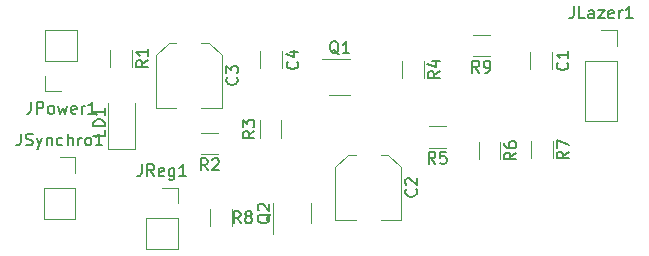
<source format=gbr>
%TF.GenerationSoftware,KiCad,Pcbnew,(5.1.9)-1*%
%TF.CreationDate,2021-06-29T18:38:44+03:00*%
%TF.ProjectId,driver,64726976-6572-42e6-9b69-6361645f7063,rev?*%
%TF.SameCoordinates,Original*%
%TF.FileFunction,Legend,Top*%
%TF.FilePolarity,Positive*%
%FSLAX46Y46*%
G04 Gerber Fmt 4.6, Leading zero omitted, Abs format (unit mm)*
G04 Created by KiCad (PCBNEW (5.1.9)-1) date 2021-06-29 18:38:44*
%MOMM*%
%LPD*%
G01*
G04 APERTURE LIST*
%ADD10C,0.120000*%
%ADD11C,0.150000*%
G04 APERTURE END LIST*
D10*
%TO.C,C1*%
X165536200Y-90652548D02*
X165536200Y-92075052D01*
X167356200Y-90652548D02*
X167356200Y-92075052D01*
%TO.C,C2*%
X150094837Y-99322600D02*
X149030400Y-100387037D01*
X153485963Y-99322600D02*
X154550400Y-100387037D01*
X153485963Y-99322600D02*
X152850400Y-99322600D01*
X150094837Y-99322600D02*
X150730400Y-99322600D01*
X149030400Y-100387037D02*
X149030400Y-104842600D01*
X154550400Y-100387037D02*
X154550400Y-104842600D01*
X154550400Y-104842600D02*
X152850400Y-104842600D01*
X149030400Y-104842600D02*
X150730400Y-104842600D01*
%TO.C,C3*%
X133866600Y-95368400D02*
X135566600Y-95368400D01*
X139386600Y-95368400D02*
X137686600Y-95368400D01*
X139386600Y-90912837D02*
X139386600Y-95368400D01*
X133866600Y-90912837D02*
X133866600Y-95368400D01*
X134931037Y-89848400D02*
X135566600Y-89848400D01*
X138322163Y-89848400D02*
X137686600Y-89848400D01*
X138322163Y-89848400D02*
X139386600Y-90912837D01*
X134931037Y-89848400D02*
X133866600Y-90912837D01*
%TO.C,C4*%
X144496200Y-90576348D02*
X144496200Y-91998852D01*
X142676200Y-90576348D02*
X142676200Y-91998852D01*
%TO.C,JLazer1*%
X171526200Y-88763800D02*
X172856200Y-88763800D01*
X172856200Y-88763800D02*
X172856200Y-90093800D01*
X172856200Y-91363800D02*
X172856200Y-96503800D01*
X170196200Y-96503800D02*
X172856200Y-96503800D01*
X170196200Y-91363800D02*
X170196200Y-96503800D01*
X170196200Y-91363800D02*
X172856200Y-91363800D01*
%TO.C,JPower1*%
X125806200Y-93963800D02*
X124476200Y-93963800D01*
X124476200Y-93963800D02*
X124476200Y-92633800D01*
X124476200Y-91363800D02*
X124476200Y-88763800D01*
X127136200Y-88763800D02*
X124476200Y-88763800D01*
X127136200Y-91363800D02*
X127136200Y-88763800D01*
X127136200Y-91363800D02*
X124476200Y-91363800D01*
%TO.C,JReg1*%
X134340600Y-102124200D02*
X135670600Y-102124200D01*
X135670600Y-102124200D02*
X135670600Y-103454200D01*
X135670600Y-104724200D02*
X135670600Y-107324200D01*
X133010600Y-107324200D02*
X135670600Y-107324200D01*
X133010600Y-104724200D02*
X133010600Y-107324200D01*
X133010600Y-104724200D02*
X135670600Y-104724200D01*
%TO.C,JSynchro1*%
X124349200Y-102133400D02*
X127009200Y-102133400D01*
X124349200Y-102133400D02*
X124349200Y-104733400D01*
X124349200Y-104733400D02*
X127009200Y-104733400D01*
X127009200Y-102133400D02*
X127009200Y-104733400D01*
X127009200Y-99533400D02*
X127009200Y-100863400D01*
X125679200Y-99533400D02*
X127009200Y-99533400D01*
%TO.C,Q1*%
X150282800Y-91200000D02*
X147852800Y-91200000D01*
X148522800Y-94270000D02*
X150282800Y-94270000D01*
%TO.C,Q2*%
X146938800Y-103417000D02*
X146938800Y-105117000D01*
X143738800Y-103417000D02*
X143738800Y-106017000D01*
%TO.C,R1*%
X129976200Y-90444236D02*
X129976200Y-91898364D01*
X131796200Y-90444236D02*
X131796200Y-91898364D01*
%TO.C,R2*%
X139106264Y-97464200D02*
X137652136Y-97464200D01*
X139106264Y-99284200D02*
X137652136Y-99284200D01*
%TO.C,R3*%
X144445400Y-97882064D02*
X144445400Y-96427936D01*
X142625400Y-97882064D02*
X142625400Y-96427936D01*
%TO.C,R4*%
X156485000Y-91373336D02*
X156485000Y-92827464D01*
X154665000Y-91373336D02*
X154665000Y-92827464D01*
%TO.C,R5*%
X158384864Y-98725400D02*
X156930736Y-98725400D01*
X158384864Y-96905400D02*
X156930736Y-96905400D01*
%TO.C,R6*%
X161142000Y-98256736D02*
X161142000Y-99710864D01*
X162962000Y-98256736D02*
X162962000Y-99710864D01*
%TO.C,R7*%
X167407000Y-98180536D02*
X167407000Y-99634664D01*
X165587000Y-98180536D02*
X165587000Y-99634664D01*
%TO.C,R9*%
X162093264Y-91003800D02*
X160639136Y-91003800D01*
X162093264Y-89183800D02*
X160639136Y-89183800D01*
%TO.C,LD1*%
X132021200Y-98858800D02*
X132021200Y-94973800D01*
X129751200Y-98858800D02*
X132021200Y-98858800D01*
X129751200Y-94973800D02*
X129751200Y-98858800D01*
%TO.C,R8*%
X138434400Y-103946336D02*
X138434400Y-105400464D01*
X140254400Y-103946336D02*
X140254400Y-105400464D01*
%TO.C,C1*%
D11*
X168653342Y-91530466D02*
X168700961Y-91578085D01*
X168748580Y-91720942D01*
X168748580Y-91816180D01*
X168700961Y-91959038D01*
X168605723Y-92054276D01*
X168510485Y-92101895D01*
X168320009Y-92149514D01*
X168177152Y-92149514D01*
X167986676Y-92101895D01*
X167891438Y-92054276D01*
X167796200Y-91959038D01*
X167748580Y-91816180D01*
X167748580Y-91720942D01*
X167796200Y-91578085D01*
X167843819Y-91530466D01*
X168748580Y-90578085D02*
X168748580Y-91149514D01*
X168748580Y-90863800D02*
X167748580Y-90863800D01*
X167891438Y-90959038D01*
X167986676Y-91054276D01*
X168034295Y-91149514D01*
%TO.C,C2*%
X155847542Y-102249266D02*
X155895161Y-102296885D01*
X155942780Y-102439742D01*
X155942780Y-102534980D01*
X155895161Y-102677838D01*
X155799923Y-102773076D01*
X155704685Y-102820695D01*
X155514209Y-102868314D01*
X155371352Y-102868314D01*
X155180876Y-102820695D01*
X155085638Y-102773076D01*
X154990400Y-102677838D01*
X154942780Y-102534980D01*
X154942780Y-102439742D01*
X154990400Y-102296885D01*
X155038019Y-102249266D01*
X155038019Y-101868314D02*
X154990400Y-101820695D01*
X154942780Y-101725457D01*
X154942780Y-101487361D01*
X154990400Y-101392123D01*
X155038019Y-101344504D01*
X155133257Y-101296885D01*
X155228495Y-101296885D01*
X155371352Y-101344504D01*
X155942780Y-101915933D01*
X155942780Y-101296885D01*
%TO.C,C3*%
X140683742Y-92775066D02*
X140731361Y-92822685D01*
X140778980Y-92965542D01*
X140778980Y-93060780D01*
X140731361Y-93203638D01*
X140636123Y-93298876D01*
X140540885Y-93346495D01*
X140350409Y-93394114D01*
X140207552Y-93394114D01*
X140017076Y-93346495D01*
X139921838Y-93298876D01*
X139826600Y-93203638D01*
X139778980Y-93060780D01*
X139778980Y-92965542D01*
X139826600Y-92822685D01*
X139874219Y-92775066D01*
X139778980Y-92441733D02*
X139778980Y-91822685D01*
X140159933Y-92156019D01*
X140159933Y-92013161D01*
X140207552Y-91917923D01*
X140255171Y-91870304D01*
X140350409Y-91822685D01*
X140588504Y-91822685D01*
X140683742Y-91870304D01*
X140731361Y-91917923D01*
X140778980Y-92013161D01*
X140778980Y-92298876D01*
X140731361Y-92394114D01*
X140683742Y-92441733D01*
%TO.C,C4*%
X145793342Y-91454266D02*
X145840961Y-91501885D01*
X145888580Y-91644742D01*
X145888580Y-91739980D01*
X145840961Y-91882838D01*
X145745723Y-91978076D01*
X145650485Y-92025695D01*
X145460009Y-92073314D01*
X145317152Y-92073314D01*
X145126676Y-92025695D01*
X145031438Y-91978076D01*
X144936200Y-91882838D01*
X144888580Y-91739980D01*
X144888580Y-91644742D01*
X144936200Y-91501885D01*
X144983819Y-91454266D01*
X145221914Y-90597123D02*
X145888580Y-90597123D01*
X144840961Y-90835219D02*
X145555247Y-91073314D01*
X145555247Y-90454266D01*
%TO.C,JLazer1*%
X169192866Y-86776180D02*
X169192866Y-87490466D01*
X169145247Y-87633323D01*
X169050009Y-87728561D01*
X168907152Y-87776180D01*
X168811914Y-87776180D01*
X170145247Y-87776180D02*
X169669057Y-87776180D01*
X169669057Y-86776180D01*
X170907152Y-87776180D02*
X170907152Y-87252371D01*
X170859533Y-87157133D01*
X170764295Y-87109514D01*
X170573819Y-87109514D01*
X170478580Y-87157133D01*
X170907152Y-87728561D02*
X170811914Y-87776180D01*
X170573819Y-87776180D01*
X170478580Y-87728561D01*
X170430961Y-87633323D01*
X170430961Y-87538085D01*
X170478580Y-87442847D01*
X170573819Y-87395228D01*
X170811914Y-87395228D01*
X170907152Y-87347609D01*
X171288104Y-87109514D02*
X171811914Y-87109514D01*
X171288104Y-87776180D01*
X171811914Y-87776180D01*
X172573819Y-87728561D02*
X172478580Y-87776180D01*
X172288104Y-87776180D01*
X172192866Y-87728561D01*
X172145247Y-87633323D01*
X172145247Y-87252371D01*
X172192866Y-87157133D01*
X172288104Y-87109514D01*
X172478580Y-87109514D01*
X172573819Y-87157133D01*
X172621438Y-87252371D01*
X172621438Y-87347609D01*
X172145247Y-87442847D01*
X173050009Y-87776180D02*
X173050009Y-87109514D01*
X173050009Y-87299990D02*
X173097628Y-87204752D01*
X173145247Y-87157133D01*
X173240485Y-87109514D01*
X173335723Y-87109514D01*
X174192866Y-87776180D02*
X173621438Y-87776180D01*
X173907152Y-87776180D02*
X173907152Y-86776180D01*
X173811914Y-86919038D01*
X173716676Y-87014276D01*
X173621438Y-87061895D01*
%TO.C,JPower1*%
X123258580Y-94856180D02*
X123258580Y-95570466D01*
X123210961Y-95713323D01*
X123115723Y-95808561D01*
X122972866Y-95856180D01*
X122877628Y-95856180D01*
X123734771Y-95856180D02*
X123734771Y-94856180D01*
X124115723Y-94856180D01*
X124210961Y-94903800D01*
X124258580Y-94951419D01*
X124306200Y-95046657D01*
X124306200Y-95189514D01*
X124258580Y-95284752D01*
X124210961Y-95332371D01*
X124115723Y-95379990D01*
X123734771Y-95379990D01*
X124877628Y-95856180D02*
X124782390Y-95808561D01*
X124734771Y-95760942D01*
X124687152Y-95665704D01*
X124687152Y-95379990D01*
X124734771Y-95284752D01*
X124782390Y-95237133D01*
X124877628Y-95189514D01*
X125020485Y-95189514D01*
X125115723Y-95237133D01*
X125163342Y-95284752D01*
X125210961Y-95379990D01*
X125210961Y-95665704D01*
X125163342Y-95760942D01*
X125115723Y-95808561D01*
X125020485Y-95856180D01*
X124877628Y-95856180D01*
X125544295Y-95189514D02*
X125734771Y-95856180D01*
X125925247Y-95379990D01*
X126115723Y-95856180D01*
X126306200Y-95189514D01*
X127068104Y-95808561D02*
X126972866Y-95856180D01*
X126782390Y-95856180D01*
X126687152Y-95808561D01*
X126639533Y-95713323D01*
X126639533Y-95332371D01*
X126687152Y-95237133D01*
X126782390Y-95189514D01*
X126972866Y-95189514D01*
X127068104Y-95237133D01*
X127115723Y-95332371D01*
X127115723Y-95427609D01*
X126639533Y-95522847D01*
X127544295Y-95856180D02*
X127544295Y-95189514D01*
X127544295Y-95379990D02*
X127591914Y-95284752D01*
X127639533Y-95237133D01*
X127734771Y-95189514D01*
X127830009Y-95189514D01*
X128687152Y-95856180D02*
X128115723Y-95856180D01*
X128401438Y-95856180D02*
X128401438Y-94856180D01*
X128306200Y-94999038D01*
X128210961Y-95094276D01*
X128115723Y-95141895D01*
%TO.C,JReg1*%
X132626314Y-100136580D02*
X132626314Y-100850866D01*
X132578695Y-100993723D01*
X132483457Y-101088961D01*
X132340600Y-101136580D01*
X132245361Y-101136580D01*
X133673933Y-101136580D02*
X133340600Y-100660390D01*
X133102504Y-101136580D02*
X133102504Y-100136580D01*
X133483457Y-100136580D01*
X133578695Y-100184200D01*
X133626314Y-100231819D01*
X133673933Y-100327057D01*
X133673933Y-100469914D01*
X133626314Y-100565152D01*
X133578695Y-100612771D01*
X133483457Y-100660390D01*
X133102504Y-100660390D01*
X134483457Y-101088961D02*
X134388219Y-101136580D01*
X134197742Y-101136580D01*
X134102504Y-101088961D01*
X134054885Y-100993723D01*
X134054885Y-100612771D01*
X134102504Y-100517533D01*
X134197742Y-100469914D01*
X134388219Y-100469914D01*
X134483457Y-100517533D01*
X134531076Y-100612771D01*
X134531076Y-100708009D01*
X134054885Y-100803247D01*
X135388219Y-100469914D02*
X135388219Y-101279438D01*
X135340600Y-101374676D01*
X135292980Y-101422295D01*
X135197742Y-101469914D01*
X135054885Y-101469914D01*
X134959647Y-101422295D01*
X135388219Y-101088961D02*
X135292980Y-101136580D01*
X135102504Y-101136580D01*
X135007266Y-101088961D01*
X134959647Y-101041342D01*
X134912028Y-100946104D01*
X134912028Y-100660390D01*
X134959647Y-100565152D01*
X135007266Y-100517533D01*
X135102504Y-100469914D01*
X135292980Y-100469914D01*
X135388219Y-100517533D01*
X136388219Y-101136580D02*
X135816790Y-101136580D01*
X136102504Y-101136580D02*
X136102504Y-100136580D01*
X136007266Y-100279438D01*
X135912028Y-100374676D01*
X135816790Y-100422295D01*
%TO.C,JSynchro1*%
X122393485Y-97545780D02*
X122393485Y-98260066D01*
X122345866Y-98402923D01*
X122250628Y-98498161D01*
X122107771Y-98545780D01*
X122012533Y-98545780D01*
X122822057Y-98498161D02*
X122964914Y-98545780D01*
X123203009Y-98545780D01*
X123298247Y-98498161D01*
X123345866Y-98450542D01*
X123393485Y-98355304D01*
X123393485Y-98260066D01*
X123345866Y-98164828D01*
X123298247Y-98117209D01*
X123203009Y-98069590D01*
X123012533Y-98021971D01*
X122917295Y-97974352D01*
X122869676Y-97926733D01*
X122822057Y-97831495D01*
X122822057Y-97736257D01*
X122869676Y-97641019D01*
X122917295Y-97593400D01*
X123012533Y-97545780D01*
X123250628Y-97545780D01*
X123393485Y-97593400D01*
X123726819Y-97879114D02*
X123964914Y-98545780D01*
X124203009Y-97879114D02*
X123964914Y-98545780D01*
X123869676Y-98783876D01*
X123822057Y-98831495D01*
X123726819Y-98879114D01*
X124583961Y-97879114D02*
X124583961Y-98545780D01*
X124583961Y-97974352D02*
X124631580Y-97926733D01*
X124726819Y-97879114D01*
X124869676Y-97879114D01*
X124964914Y-97926733D01*
X125012533Y-98021971D01*
X125012533Y-98545780D01*
X125917295Y-98498161D02*
X125822057Y-98545780D01*
X125631580Y-98545780D01*
X125536342Y-98498161D01*
X125488723Y-98450542D01*
X125441104Y-98355304D01*
X125441104Y-98069590D01*
X125488723Y-97974352D01*
X125536342Y-97926733D01*
X125631580Y-97879114D01*
X125822057Y-97879114D01*
X125917295Y-97926733D01*
X126345866Y-98545780D02*
X126345866Y-97545780D01*
X126774438Y-98545780D02*
X126774438Y-98021971D01*
X126726819Y-97926733D01*
X126631580Y-97879114D01*
X126488723Y-97879114D01*
X126393485Y-97926733D01*
X126345866Y-97974352D01*
X127250628Y-98545780D02*
X127250628Y-97879114D01*
X127250628Y-98069590D02*
X127298247Y-97974352D01*
X127345866Y-97926733D01*
X127441104Y-97879114D01*
X127536342Y-97879114D01*
X128012533Y-98545780D02*
X127917295Y-98498161D01*
X127869676Y-98450542D01*
X127822057Y-98355304D01*
X127822057Y-98069590D01*
X127869676Y-97974352D01*
X127917295Y-97926733D01*
X128012533Y-97879114D01*
X128155390Y-97879114D01*
X128250628Y-97926733D01*
X128298247Y-97974352D01*
X128345866Y-98069590D01*
X128345866Y-98355304D01*
X128298247Y-98450542D01*
X128250628Y-98498161D01*
X128155390Y-98545780D01*
X128012533Y-98545780D01*
X129298247Y-98545780D02*
X128726819Y-98545780D01*
X129012533Y-98545780D02*
X129012533Y-97545780D01*
X128917295Y-97688638D01*
X128822057Y-97783876D01*
X128726819Y-97831495D01*
%TO.C,Q1*%
X149307561Y-90807619D02*
X149212323Y-90760000D01*
X149117085Y-90664761D01*
X148974228Y-90521904D01*
X148878990Y-90474285D01*
X148783752Y-90474285D01*
X148831371Y-90712380D02*
X148736133Y-90664761D01*
X148640895Y-90569523D01*
X148593276Y-90379047D01*
X148593276Y-90045714D01*
X148640895Y-89855238D01*
X148736133Y-89760000D01*
X148831371Y-89712380D01*
X149021847Y-89712380D01*
X149117085Y-89760000D01*
X149212323Y-89855238D01*
X149259942Y-90045714D01*
X149259942Y-90379047D01*
X149212323Y-90569523D01*
X149117085Y-90664761D01*
X149021847Y-90712380D01*
X148831371Y-90712380D01*
X150212323Y-90712380D02*
X149640895Y-90712380D01*
X149926609Y-90712380D02*
X149926609Y-89712380D01*
X149831371Y-89855238D01*
X149736133Y-89950476D01*
X149640895Y-89998095D01*
%TO.C,Q2*%
X143536419Y-104362238D02*
X143488800Y-104457476D01*
X143393561Y-104552714D01*
X143250704Y-104695571D01*
X143203085Y-104790809D01*
X143203085Y-104886047D01*
X143441180Y-104838428D02*
X143393561Y-104933666D01*
X143298323Y-105028904D01*
X143107847Y-105076523D01*
X142774514Y-105076523D01*
X142584038Y-105028904D01*
X142488800Y-104933666D01*
X142441180Y-104838428D01*
X142441180Y-104647952D01*
X142488800Y-104552714D01*
X142584038Y-104457476D01*
X142774514Y-104409857D01*
X143107847Y-104409857D01*
X143298323Y-104457476D01*
X143393561Y-104552714D01*
X143441180Y-104647952D01*
X143441180Y-104838428D01*
X142536419Y-104028904D02*
X142488800Y-103981285D01*
X142441180Y-103886047D01*
X142441180Y-103647952D01*
X142488800Y-103552714D01*
X142536419Y-103505095D01*
X142631657Y-103457476D01*
X142726895Y-103457476D01*
X142869752Y-103505095D01*
X143441180Y-104076523D01*
X143441180Y-103457476D01*
%TO.C,R1*%
X133158580Y-91337966D02*
X132682390Y-91671300D01*
X133158580Y-91909395D02*
X132158580Y-91909395D01*
X132158580Y-91528442D01*
X132206200Y-91433204D01*
X132253819Y-91385585D01*
X132349057Y-91337966D01*
X132491914Y-91337966D01*
X132587152Y-91385585D01*
X132634771Y-91433204D01*
X132682390Y-91528442D01*
X132682390Y-91909395D01*
X133158580Y-90385585D02*
X133158580Y-90957014D01*
X133158580Y-90671300D02*
X132158580Y-90671300D01*
X132301438Y-90766538D01*
X132396676Y-90861776D01*
X132444295Y-90957014D01*
%TO.C,R2*%
X138212533Y-100646580D02*
X137879200Y-100170390D01*
X137641104Y-100646580D02*
X137641104Y-99646580D01*
X138022057Y-99646580D01*
X138117295Y-99694200D01*
X138164914Y-99741819D01*
X138212533Y-99837057D01*
X138212533Y-99979914D01*
X138164914Y-100075152D01*
X138117295Y-100122771D01*
X138022057Y-100170390D01*
X137641104Y-100170390D01*
X138593485Y-99741819D02*
X138641104Y-99694200D01*
X138736342Y-99646580D01*
X138974438Y-99646580D01*
X139069676Y-99694200D01*
X139117295Y-99741819D01*
X139164914Y-99837057D01*
X139164914Y-99932295D01*
X139117295Y-100075152D01*
X138545866Y-100646580D01*
X139164914Y-100646580D01*
%TO.C,R3*%
X142167780Y-97321666D02*
X141691590Y-97655000D01*
X142167780Y-97893095D02*
X141167780Y-97893095D01*
X141167780Y-97512142D01*
X141215400Y-97416904D01*
X141263019Y-97369285D01*
X141358257Y-97321666D01*
X141501114Y-97321666D01*
X141596352Y-97369285D01*
X141643971Y-97416904D01*
X141691590Y-97512142D01*
X141691590Y-97893095D01*
X141167780Y-96988333D02*
X141167780Y-96369285D01*
X141548733Y-96702619D01*
X141548733Y-96559761D01*
X141596352Y-96464523D01*
X141643971Y-96416904D01*
X141739209Y-96369285D01*
X141977304Y-96369285D01*
X142072542Y-96416904D01*
X142120161Y-96464523D01*
X142167780Y-96559761D01*
X142167780Y-96845476D01*
X142120161Y-96940714D01*
X142072542Y-96988333D01*
%TO.C,R4*%
X157847380Y-92267066D02*
X157371190Y-92600400D01*
X157847380Y-92838495D02*
X156847380Y-92838495D01*
X156847380Y-92457542D01*
X156895000Y-92362304D01*
X156942619Y-92314685D01*
X157037857Y-92267066D01*
X157180714Y-92267066D01*
X157275952Y-92314685D01*
X157323571Y-92362304D01*
X157371190Y-92457542D01*
X157371190Y-92838495D01*
X157180714Y-91409923D02*
X157847380Y-91409923D01*
X156799761Y-91648019D02*
X157514047Y-91886114D01*
X157514047Y-91267066D01*
%TO.C,R5*%
X157491133Y-100087780D02*
X157157800Y-99611590D01*
X156919704Y-100087780D02*
X156919704Y-99087780D01*
X157300657Y-99087780D01*
X157395895Y-99135400D01*
X157443514Y-99183019D01*
X157491133Y-99278257D01*
X157491133Y-99421114D01*
X157443514Y-99516352D01*
X157395895Y-99563971D01*
X157300657Y-99611590D01*
X156919704Y-99611590D01*
X158395895Y-99087780D02*
X157919704Y-99087780D01*
X157872085Y-99563971D01*
X157919704Y-99516352D01*
X158014942Y-99468733D01*
X158253038Y-99468733D01*
X158348276Y-99516352D01*
X158395895Y-99563971D01*
X158443514Y-99659209D01*
X158443514Y-99897304D01*
X158395895Y-99992542D01*
X158348276Y-100040161D01*
X158253038Y-100087780D01*
X158014942Y-100087780D01*
X157919704Y-100040161D01*
X157872085Y-99992542D01*
%TO.C,R6*%
X164324380Y-99150466D02*
X163848190Y-99483800D01*
X164324380Y-99721895D02*
X163324380Y-99721895D01*
X163324380Y-99340942D01*
X163372000Y-99245704D01*
X163419619Y-99198085D01*
X163514857Y-99150466D01*
X163657714Y-99150466D01*
X163752952Y-99198085D01*
X163800571Y-99245704D01*
X163848190Y-99340942D01*
X163848190Y-99721895D01*
X163324380Y-98293323D02*
X163324380Y-98483800D01*
X163372000Y-98579038D01*
X163419619Y-98626657D01*
X163562476Y-98721895D01*
X163752952Y-98769514D01*
X164133904Y-98769514D01*
X164229142Y-98721895D01*
X164276761Y-98674276D01*
X164324380Y-98579038D01*
X164324380Y-98388561D01*
X164276761Y-98293323D01*
X164229142Y-98245704D01*
X164133904Y-98198085D01*
X163895809Y-98198085D01*
X163800571Y-98245704D01*
X163752952Y-98293323D01*
X163705333Y-98388561D01*
X163705333Y-98579038D01*
X163752952Y-98674276D01*
X163800571Y-98721895D01*
X163895809Y-98769514D01*
%TO.C,R7*%
X168769380Y-99074266D02*
X168293190Y-99407600D01*
X168769380Y-99645695D02*
X167769380Y-99645695D01*
X167769380Y-99264742D01*
X167817000Y-99169504D01*
X167864619Y-99121885D01*
X167959857Y-99074266D01*
X168102714Y-99074266D01*
X168197952Y-99121885D01*
X168245571Y-99169504D01*
X168293190Y-99264742D01*
X168293190Y-99645695D01*
X167769380Y-98740933D02*
X167769380Y-98074266D01*
X168769380Y-98502838D01*
%TO.C,R9*%
X161199533Y-92366180D02*
X160866200Y-91889990D01*
X160628104Y-92366180D02*
X160628104Y-91366180D01*
X161009057Y-91366180D01*
X161104295Y-91413800D01*
X161151914Y-91461419D01*
X161199533Y-91556657D01*
X161199533Y-91699514D01*
X161151914Y-91794752D01*
X161104295Y-91842371D01*
X161009057Y-91889990D01*
X160628104Y-91889990D01*
X161675723Y-92366180D02*
X161866200Y-92366180D01*
X161961438Y-92318561D01*
X162009057Y-92270942D01*
X162104295Y-92128085D01*
X162151914Y-91937609D01*
X162151914Y-91556657D01*
X162104295Y-91461419D01*
X162056676Y-91413800D01*
X161961438Y-91366180D01*
X161770961Y-91366180D01*
X161675723Y-91413800D01*
X161628104Y-91461419D01*
X161580485Y-91556657D01*
X161580485Y-91794752D01*
X161628104Y-91889990D01*
X161675723Y-91937609D01*
X161770961Y-91985228D01*
X161961438Y-91985228D01*
X162056676Y-91937609D01*
X162104295Y-91889990D01*
X162151914Y-91794752D01*
%TO.C,LD1*%
X129518580Y-97240466D02*
X129518580Y-97716657D01*
X128518580Y-97716657D01*
X129518580Y-96907133D02*
X128518580Y-96907133D01*
X128518580Y-96669038D01*
X128566200Y-96526180D01*
X128661438Y-96430942D01*
X128756676Y-96383323D01*
X128947152Y-96335704D01*
X129090009Y-96335704D01*
X129280485Y-96383323D01*
X129375723Y-96430942D01*
X129470961Y-96526180D01*
X129518580Y-96669038D01*
X129518580Y-96907133D01*
X129518580Y-95383323D02*
X129518580Y-95954752D01*
X129518580Y-95669038D02*
X128518580Y-95669038D01*
X128661438Y-95764276D01*
X128756676Y-95859514D01*
X128804295Y-95954752D01*
%TO.C,R8*%
X140997733Y-105125780D02*
X140664400Y-104649590D01*
X140426304Y-105125780D02*
X140426304Y-104125780D01*
X140807257Y-104125780D01*
X140902495Y-104173400D01*
X140950114Y-104221019D01*
X140997733Y-104316257D01*
X140997733Y-104459114D01*
X140950114Y-104554352D01*
X140902495Y-104601971D01*
X140807257Y-104649590D01*
X140426304Y-104649590D01*
X141569161Y-104554352D02*
X141473923Y-104506733D01*
X141426304Y-104459114D01*
X141378685Y-104363876D01*
X141378685Y-104316257D01*
X141426304Y-104221019D01*
X141473923Y-104173400D01*
X141569161Y-104125780D01*
X141759638Y-104125780D01*
X141854876Y-104173400D01*
X141902495Y-104221019D01*
X141950114Y-104316257D01*
X141950114Y-104363876D01*
X141902495Y-104459114D01*
X141854876Y-104506733D01*
X141759638Y-104554352D01*
X141569161Y-104554352D01*
X141473923Y-104601971D01*
X141426304Y-104649590D01*
X141378685Y-104744828D01*
X141378685Y-104935304D01*
X141426304Y-105030542D01*
X141473923Y-105078161D01*
X141569161Y-105125780D01*
X141759638Y-105125780D01*
X141854876Y-105078161D01*
X141902495Y-105030542D01*
X141950114Y-104935304D01*
X141950114Y-104744828D01*
X141902495Y-104649590D01*
X141854876Y-104601971D01*
X141759638Y-104554352D01*
%TD*%
M02*

</source>
